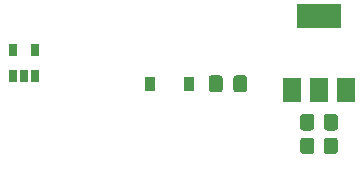
<source format=gbp>
G04 #@! TF.GenerationSoftware,KiCad,Pcbnew,5.1.9+dfsg1-1+deb11u1*
G04 #@! TF.CreationDate,2023-07-30T21:54:34+09:00*
G04 #@! TF.ProjectId,tablet-usb-adapter,7461626c-6574-42d7-9573-622d61646170,rev?*
G04 #@! TF.SameCoordinates,Original*
G04 #@! TF.FileFunction,Paste,Bot*
G04 #@! TF.FilePolarity,Positive*
%FSLAX46Y46*%
G04 Gerber Fmt 4.6, Leading zero omitted, Abs format (unit mm)*
G04 Created by KiCad (PCBNEW 5.1.9+dfsg1-1+deb11u1) date 2023-07-30 21:54:34*
%MOMM*%
%LPD*%
G01*
G04 APERTURE LIST*
%ADD10R,3.800000X2.000000*%
%ADD11R,1.500000X2.000000*%
%ADD12R,0.900000X1.200000*%
%ADD13R,0.650000X1.060000*%
G04 APERTURE END LIST*
G36*
G01*
X145100000Y-81049999D02*
X145100000Y-81950001D01*
G75*
G02*
X144850001Y-82200000I-249999J0D01*
G01*
X144149999Y-82200000D01*
G75*
G02*
X143900000Y-81950001I0J249999D01*
G01*
X143900000Y-81049999D01*
G75*
G02*
X144149999Y-80800000I249999J0D01*
G01*
X144850001Y-80800000D01*
G75*
G02*
X145100000Y-81049999I0J-249999D01*
G01*
G37*
G36*
G01*
X143100000Y-81049999D02*
X143100000Y-81950001D01*
G75*
G02*
X142850001Y-82200000I-249999J0D01*
G01*
X142149999Y-82200000D01*
G75*
G02*
X141900000Y-81950001I0J249999D01*
G01*
X141900000Y-81049999D01*
G75*
G02*
X142149999Y-80800000I249999J0D01*
G01*
X142850001Y-80800000D01*
G75*
G02*
X143100000Y-81049999I0J-249999D01*
G01*
G37*
G36*
G01*
X134162500Y-78725000D02*
X134162500Y-77775000D01*
G75*
G02*
X134412500Y-77525000I250000J0D01*
G01*
X135087500Y-77525000D01*
G75*
G02*
X135337500Y-77775000I0J-250000D01*
G01*
X135337500Y-78725000D01*
G75*
G02*
X135087500Y-78975000I-250000J0D01*
G01*
X134412500Y-78975000D01*
G75*
G02*
X134162500Y-78725000I0J250000D01*
G01*
G37*
G36*
G01*
X136237500Y-78725000D02*
X136237500Y-77775000D01*
G75*
G02*
X136487500Y-77525000I250000J0D01*
G01*
X137162500Y-77525000D01*
G75*
G02*
X137412500Y-77775000I0J-250000D01*
G01*
X137412500Y-78725000D01*
G75*
G02*
X137162500Y-78975000I-250000J0D01*
G01*
X136487500Y-78975000D01*
G75*
G02*
X136237500Y-78725000I0J250000D01*
G01*
G37*
D10*
X143500000Y-72500000D03*
D11*
X143500000Y-78800000D03*
X141200000Y-78800000D03*
X145800000Y-78800000D03*
G36*
G01*
X143100000Y-83049999D02*
X143100000Y-83950001D01*
G75*
G02*
X142850001Y-84200000I-249999J0D01*
G01*
X142149999Y-84200000D01*
G75*
G02*
X141900000Y-83950001I0J249999D01*
G01*
X141900000Y-83049999D01*
G75*
G02*
X142149999Y-82800000I249999J0D01*
G01*
X142850001Y-82800000D01*
G75*
G02*
X143100000Y-83049999I0J-249999D01*
G01*
G37*
G36*
G01*
X145100000Y-83049999D02*
X145100000Y-83950001D01*
G75*
G02*
X144850001Y-84200000I-249999J0D01*
G01*
X144149999Y-84200000D01*
G75*
G02*
X143900000Y-83950001I0J249999D01*
G01*
X143900000Y-83049999D01*
G75*
G02*
X144149999Y-82800000I249999J0D01*
G01*
X144850001Y-82800000D01*
G75*
G02*
X145100000Y-83049999I0J-249999D01*
G01*
G37*
D12*
X129200000Y-78250000D03*
X132500000Y-78250000D03*
D13*
X119450000Y-77600000D03*
X118500000Y-77600000D03*
X117550000Y-77600000D03*
X117550000Y-75400000D03*
X119450000Y-75400000D03*
M02*

</source>
